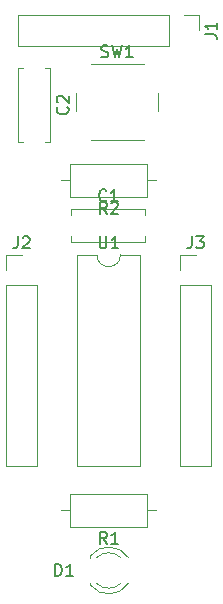
<source format=gto>
G04 #@! TF.GenerationSoftware,KiCad,Pcbnew,5.0.2+dfsg1-1~bpo9+1*
G04 #@! TF.CreationDate,2019-06-18T09:36:45+01:00*
G04 #@! TF.ProjectId,t84opti,7438346f-7074-4692-9e6b-696361645f70,rev?*
G04 #@! TF.SameCoordinates,Original*
G04 #@! TF.FileFunction,Legend,Top*
G04 #@! TF.FilePolarity,Positive*
%FSLAX46Y46*%
G04 Gerber Fmt 4.6, Leading zero omitted, Abs format (unit mm)*
G04 Created by KiCad (PCBNEW 5.0.2+dfsg1-1~bpo9+1) date Tue 18 Jun 2019 09:36:45 IST*
%MOMM*%
%LPD*%
G01*
G04 APERTURE LIST*
%ADD10C,0.120000*%
%ADD11C,0.150000*%
G04 APERTURE END LIST*
D10*
G04 #@! TO.C,C2*
X134720000Y-36210000D02*
X134720000Y-42450000D01*
X131980000Y-36210000D02*
X131980000Y-42450000D01*
X134720000Y-36210000D02*
X134275000Y-36210000D01*
X132425000Y-36210000D02*
X131980000Y-36210000D01*
X134720000Y-42450000D02*
X134275000Y-42450000D01*
X132425000Y-42450000D02*
X131980000Y-42450000D01*
G04 #@! TO.C,C1*
X136540000Y-48160000D02*
X142780000Y-48160000D01*
X136540000Y-50900000D02*
X142780000Y-50900000D01*
X136540000Y-48160000D02*
X136540000Y-48605000D01*
X136540000Y-50455000D02*
X136540000Y-50900000D01*
X142780000Y-48160000D02*
X142780000Y-48605000D01*
X142780000Y-50455000D02*
X142780000Y-50900000D01*
G04 #@! TO.C,D1*
X141372335Y-77661392D02*
G75*
G03X138140000Y-77504484I-1672335J-1078608D01*
G01*
X141372335Y-79818608D02*
G75*
G02X138140000Y-79975516I-1672335J1078608D01*
G01*
X140741130Y-77660163D02*
G75*
G03X138659039Y-77660000I-1041130J-1079837D01*
G01*
X140741130Y-79819837D02*
G75*
G02X138659039Y-79820000I-1041130J1079837D01*
G01*
X138140000Y-77504000D02*
X138140000Y-77660000D01*
X138140000Y-79820000D02*
X138140000Y-79976000D01*
G04 #@! TO.C,SW1*
X138160000Y-42330000D02*
X142660000Y-42330000D01*
X136910000Y-38330000D02*
X136910000Y-39830000D01*
X142660000Y-35830000D02*
X138160000Y-35830000D01*
X143910000Y-39830000D02*
X143910000Y-38330000D01*
G04 #@! TO.C,J1*
X132020000Y-31690000D02*
X132020000Y-34350000D01*
X144780000Y-31690000D02*
X132020000Y-31690000D01*
X144780000Y-34350000D02*
X132020000Y-34350000D01*
X144780000Y-31690000D02*
X144780000Y-34350000D01*
X146050000Y-31690000D02*
X147380000Y-31690000D01*
X147380000Y-31690000D02*
X147380000Y-33020000D01*
G04 #@! TO.C,J3*
X145736000Y-52010000D02*
X147066000Y-52010000D01*
X145736000Y-53340000D02*
X145736000Y-52010000D01*
X145736000Y-54610000D02*
X148396000Y-54610000D01*
X148396000Y-54610000D02*
X148396000Y-69910000D01*
X145736000Y-54610000D02*
X145736000Y-69910000D01*
X145736000Y-69910000D02*
X148396000Y-69910000D01*
G04 #@! TO.C,J2*
X131004000Y-69910000D02*
X133664000Y-69910000D01*
X131004000Y-54610000D02*
X131004000Y-69910000D01*
X133664000Y-54610000D02*
X133664000Y-69910000D01*
X131004000Y-54610000D02*
X133664000Y-54610000D01*
X131004000Y-53340000D02*
X131004000Y-52010000D01*
X131004000Y-52010000D02*
X132334000Y-52010000D01*
G04 #@! TO.C,U1*
X140700000Y-52010000D02*
G75*
G02X138700000Y-52010000I-1000000J0D01*
G01*
X138700000Y-52010000D02*
X137050000Y-52010000D01*
X137050000Y-52010000D02*
X137050000Y-69910000D01*
X137050000Y-69910000D02*
X142350000Y-69910000D01*
X142350000Y-69910000D02*
X142350000Y-52010000D01*
X142350000Y-52010000D02*
X140700000Y-52010000D01*
G04 #@! TO.C,R2*
X135660000Y-45720000D02*
X136430000Y-45720000D01*
X143740000Y-45720000D02*
X142970000Y-45720000D01*
X136430000Y-47090000D02*
X142970000Y-47090000D01*
X136430000Y-44350000D02*
X136430000Y-47090000D01*
X142970000Y-44350000D02*
X136430000Y-44350000D01*
X142970000Y-47090000D02*
X142970000Y-44350000D01*
G04 #@! TO.C,R1*
X142970000Y-75030000D02*
X142970000Y-72290000D01*
X142970000Y-72290000D02*
X136430000Y-72290000D01*
X136430000Y-72290000D02*
X136430000Y-75030000D01*
X136430000Y-75030000D02*
X142970000Y-75030000D01*
X143740000Y-73660000D02*
X142970000Y-73660000D01*
X135660000Y-73660000D02*
X136430000Y-73660000D01*
G04 #@! TO.C,C2*
D11*
X136207142Y-39496666D02*
X136254761Y-39544285D01*
X136302380Y-39687142D01*
X136302380Y-39782380D01*
X136254761Y-39925238D01*
X136159523Y-40020476D01*
X136064285Y-40068095D01*
X135873809Y-40115714D01*
X135730952Y-40115714D01*
X135540476Y-40068095D01*
X135445238Y-40020476D01*
X135350000Y-39925238D01*
X135302380Y-39782380D01*
X135302380Y-39687142D01*
X135350000Y-39544285D01*
X135397619Y-39496666D01*
X135397619Y-39115714D02*
X135350000Y-39068095D01*
X135302380Y-38972857D01*
X135302380Y-38734761D01*
X135350000Y-38639523D01*
X135397619Y-38591904D01*
X135492857Y-38544285D01*
X135588095Y-38544285D01*
X135730952Y-38591904D01*
X136302380Y-39163333D01*
X136302380Y-38544285D01*
G04 #@! TO.C,C1*
X139493333Y-47387142D02*
X139445714Y-47434761D01*
X139302857Y-47482380D01*
X139207619Y-47482380D01*
X139064761Y-47434761D01*
X138969523Y-47339523D01*
X138921904Y-47244285D01*
X138874285Y-47053809D01*
X138874285Y-46910952D01*
X138921904Y-46720476D01*
X138969523Y-46625238D01*
X139064761Y-46530000D01*
X139207619Y-46482380D01*
X139302857Y-46482380D01*
X139445714Y-46530000D01*
X139493333Y-46577619D01*
X140445714Y-47482380D02*
X139874285Y-47482380D01*
X140160000Y-47482380D02*
X140160000Y-46482380D01*
X140064761Y-46625238D01*
X139969523Y-46720476D01*
X139874285Y-46768095D01*
G04 #@! TO.C,D1*
X135151904Y-79192380D02*
X135151904Y-78192380D01*
X135390000Y-78192380D01*
X135532857Y-78240000D01*
X135628095Y-78335238D01*
X135675714Y-78430476D01*
X135723333Y-78620952D01*
X135723333Y-78763809D01*
X135675714Y-78954285D01*
X135628095Y-79049523D01*
X135532857Y-79144761D01*
X135390000Y-79192380D01*
X135151904Y-79192380D01*
X136675714Y-79192380D02*
X136104285Y-79192380D01*
X136390000Y-79192380D02*
X136390000Y-78192380D01*
X136294761Y-78335238D01*
X136199523Y-78430476D01*
X136104285Y-78478095D01*
G04 #@! TO.C,SW1*
X139076666Y-35234761D02*
X139219523Y-35282380D01*
X139457619Y-35282380D01*
X139552857Y-35234761D01*
X139600476Y-35187142D01*
X139648095Y-35091904D01*
X139648095Y-34996666D01*
X139600476Y-34901428D01*
X139552857Y-34853809D01*
X139457619Y-34806190D01*
X139267142Y-34758571D01*
X139171904Y-34710952D01*
X139124285Y-34663333D01*
X139076666Y-34568095D01*
X139076666Y-34472857D01*
X139124285Y-34377619D01*
X139171904Y-34330000D01*
X139267142Y-34282380D01*
X139505238Y-34282380D01*
X139648095Y-34330000D01*
X139981428Y-34282380D02*
X140219523Y-35282380D01*
X140410000Y-34568095D01*
X140600476Y-35282380D01*
X140838571Y-34282380D01*
X141743333Y-35282380D02*
X141171904Y-35282380D01*
X141457619Y-35282380D02*
X141457619Y-34282380D01*
X141362380Y-34425238D01*
X141267142Y-34520476D01*
X141171904Y-34568095D01*
G04 #@! TO.C,J1*
X147832380Y-33353333D02*
X148546666Y-33353333D01*
X148689523Y-33400952D01*
X148784761Y-33496190D01*
X148832380Y-33639047D01*
X148832380Y-33734285D01*
X148832380Y-32353333D02*
X148832380Y-32924761D01*
X148832380Y-32639047D02*
X147832380Y-32639047D01*
X147975238Y-32734285D01*
X148070476Y-32829523D01*
X148118095Y-32924761D01*
G04 #@! TO.C,J3*
X146732666Y-50462380D02*
X146732666Y-51176666D01*
X146685047Y-51319523D01*
X146589809Y-51414761D01*
X146446952Y-51462380D01*
X146351714Y-51462380D01*
X147113619Y-50462380D02*
X147732666Y-50462380D01*
X147399333Y-50843333D01*
X147542190Y-50843333D01*
X147637428Y-50890952D01*
X147685047Y-50938571D01*
X147732666Y-51033809D01*
X147732666Y-51271904D01*
X147685047Y-51367142D01*
X147637428Y-51414761D01*
X147542190Y-51462380D01*
X147256476Y-51462380D01*
X147161238Y-51414761D01*
X147113619Y-51367142D01*
G04 #@! TO.C,J2*
X132000666Y-50462380D02*
X132000666Y-51176666D01*
X131953047Y-51319523D01*
X131857809Y-51414761D01*
X131714952Y-51462380D01*
X131619714Y-51462380D01*
X132429238Y-50557619D02*
X132476857Y-50510000D01*
X132572095Y-50462380D01*
X132810190Y-50462380D01*
X132905428Y-50510000D01*
X132953047Y-50557619D01*
X133000666Y-50652857D01*
X133000666Y-50748095D01*
X132953047Y-50890952D01*
X132381619Y-51462380D01*
X133000666Y-51462380D01*
G04 #@! TO.C,U1*
X138938095Y-50462380D02*
X138938095Y-51271904D01*
X138985714Y-51367142D01*
X139033333Y-51414761D01*
X139128571Y-51462380D01*
X139319047Y-51462380D01*
X139414285Y-51414761D01*
X139461904Y-51367142D01*
X139509523Y-51271904D01*
X139509523Y-50462380D01*
X140509523Y-51462380D02*
X139938095Y-51462380D01*
X140223809Y-51462380D02*
X140223809Y-50462380D01*
X140128571Y-50605238D01*
X140033333Y-50700476D01*
X139938095Y-50748095D01*
G04 #@! TO.C,R2*
X139533333Y-48542380D02*
X139200000Y-48066190D01*
X138961904Y-48542380D02*
X138961904Y-47542380D01*
X139342857Y-47542380D01*
X139438095Y-47590000D01*
X139485714Y-47637619D01*
X139533333Y-47732857D01*
X139533333Y-47875714D01*
X139485714Y-47970952D01*
X139438095Y-48018571D01*
X139342857Y-48066190D01*
X138961904Y-48066190D01*
X139914285Y-47637619D02*
X139961904Y-47590000D01*
X140057142Y-47542380D01*
X140295238Y-47542380D01*
X140390476Y-47590000D01*
X140438095Y-47637619D01*
X140485714Y-47732857D01*
X140485714Y-47828095D01*
X140438095Y-47970952D01*
X139866666Y-48542380D01*
X140485714Y-48542380D01*
G04 #@! TO.C,R1*
X139533333Y-76482380D02*
X139200000Y-76006190D01*
X138961904Y-76482380D02*
X138961904Y-75482380D01*
X139342857Y-75482380D01*
X139438095Y-75530000D01*
X139485714Y-75577619D01*
X139533333Y-75672857D01*
X139533333Y-75815714D01*
X139485714Y-75910952D01*
X139438095Y-75958571D01*
X139342857Y-76006190D01*
X138961904Y-76006190D01*
X140485714Y-76482380D02*
X139914285Y-76482380D01*
X140200000Y-76482380D02*
X140200000Y-75482380D01*
X140104761Y-75625238D01*
X140009523Y-75720476D01*
X139914285Y-75768095D01*
G04 #@! TD*
M02*

</source>
